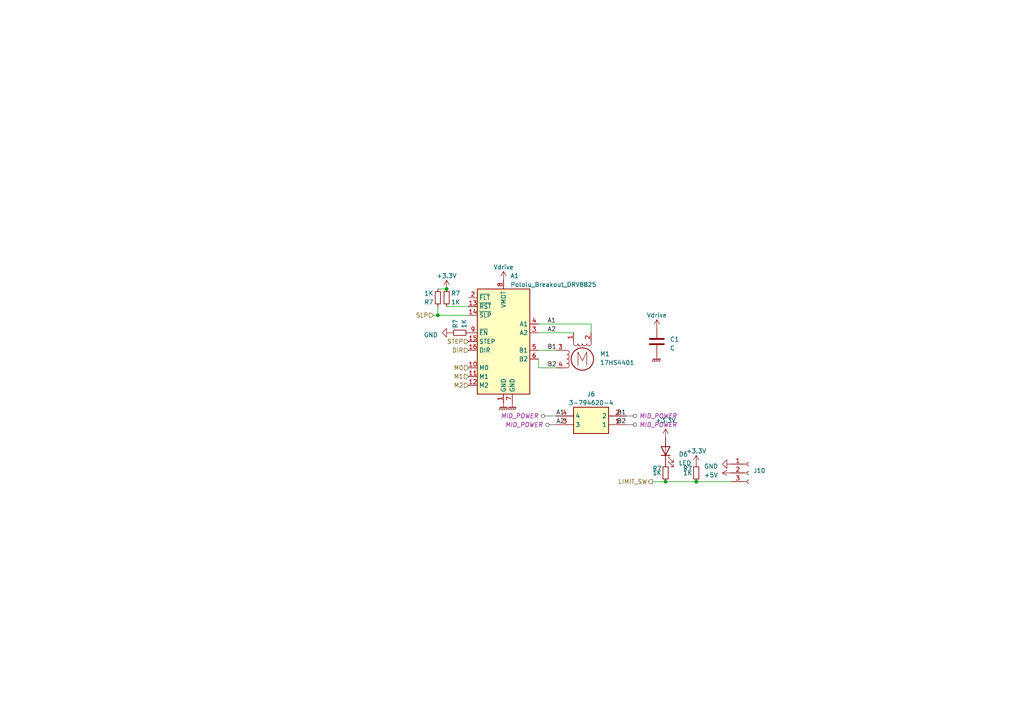
<source format=kicad_sch>
(kicad_sch (version 20230121) (generator eeschema)
  (paper "A4")
  (lib_symbols
    (symbol "Connector:Conn_01x03_Socket" (pin_names (offset 1.016) hide)
      (property "Reference" "J" (at 0 5.08 0))
      (property "Value" "Conn_01x03_Socket" (at 0 -5.08 0))
      (symbol "Conn_01x03_Socket_1_1"
        (arc (start 0 -2.032) (mid -0.5058 -2.54) (end 0 -3.048) (stroke (width 0.1524)))
        (polyline (pts (xy -1.27 -2.54) (xy -0.508 -2.54)) (stroke (width 0.1524)))
        (polyline (pts (xy -1.27 0) (xy -0.508 0)) (stroke (width 0.1524)))
        (polyline (pts (xy -1.27 2.54) (xy -0.508 2.54)) (stroke (width 0.1524)))
        (arc (start 0 0.508) (mid -0.5058 0) (end 0 -0.508) (stroke (width 0.1524)))
        (arc (start 0 3.048) (mid -0.5058 2.54) (end 0 2.032) (stroke (width 0.1524)))
        (pin passive line (at -5.08 2.54 0) (length 3.81) (name "Pin_1") (number "1"))
        (pin passive line (at -5.08 0 0) (length 3.81) (name "Pin_2") (number "2"))
        (pin passive line (at -5.08 -2.54 0) (length 3.81) (name "Pin_3") (number "3"))
      )
    )
    (symbol "Device:C" (pin_numbers hide) (pin_names (offset 0.254))
      (property "Reference" "C" (at 0.635 2.54 0))
      (property "Value" "C" (at 0.635 -2.54 0))
      (symbol "C_0_1"
        (polyline (pts (xy -2.032 -0.762) (xy 2.032 -0.762)) (stroke (width 0.508)))
        (polyline (pts (xy -2.032 0.762) (xy 2.032 0.762)) (stroke (width 0.508)))
      )
      (symbol "C_1_1"
        (pin passive line (at 0 3.81 270) (length 2.794) (name "~") (number "1"))
        (pin passive line (at 0 -3.81 90) (length 2.794) (name "~") (number "2"))
      )
    )
    (symbol "Device:LED" (pin_numbers hide) (pin_names (offset 1.016) hide)
      (property "Reference" "D" (at 0 2.54 0))
      (property "Value" "LED" (at 0 -2.54 0))
      (symbol "LED_0_1"
        (polyline (pts (xy -1.27 -1.27) (xy -1.27 1.27)) (stroke (width 0.254)))
        (polyline (pts (xy -1.27 0) (xy 1.27 0)))
        (polyline (pts (xy 1.27 -1.27) (xy 1.27 1.27) (xy -1.27 0) (xy 1.27 -1.27)) (stroke (width 0.254)))
        (polyline (pts (xy -3.048 -0.762) (xy -4.572 -2.286) (xy -3.81 -2.286) (xy -4.572 -2.286) (xy -4.572 -1.524)))
        (polyline (pts (xy -1.778 -0.762) (xy -3.302 -2.286) (xy -2.54 -2.286) (xy -3.302 -2.286) (xy -3.302 -1.524)))
      )
      (symbol "LED_1_1"
        (pin passive line (at -3.81 0 0) (length 2.54) (name "K") (number "1"))
        (pin passive line (at 3.81 0 180) (length 2.54) (name "A") (number "2"))
      )
    )
    (symbol "Device:R_Small" (pin_numbers hide) (pin_names (offset 0.254) hide)
      (property "Reference" "R" (at 0.762 0.508 0))
      (property "Value" "R_Small" (at 0.762 -1.016 0))
      (symbol "R_Small_0_1"
        (rectangle (start -0.762 1.778) (end 0.762 -1.778) (stroke (width 0.2032)))
      )
      (symbol "R_Small_1_1"
        (pin passive line (at 0 2.54 270) (length 0.762) (name "~") (number "1"))
        (pin passive line (at 0 -2.54 90) (length 0.762) (name "~") (number "2"))
      )
    )
    (symbol "Driver_Motor:Pololu_Breakout_DRV8825"
      (property "Reference" "A" (at -2.54 16.51 0))
      (property "Value" "Pololu_Breakout_DRV8825" (at -2.54 13.97 0))
      (symbol "Pololu_Breakout_DRV8825_0_1"
        (rectangle (start 7.62 -17.78) (end -7.62 12.7) (stroke (width 0.254)) (fill (type background)))
      )
      (symbol "Pololu_Breakout_DRV8825_1_1"
        (pin power_in line (at 0 -20.32 90) (length 2.54) (name "GND") (number "1"))
        (pin input line (at -10.16 -10.16 0) (length 2.54) (name "M0") (number "10"))
        (pin input line (at -10.16 -12.7 0) (length 2.54) (name "M1") (number "11"))
        (pin input line (at -10.16 -15.24 0) (length 2.54) (name "M2") (number "12"))
        (pin input line (at -10.16 7.62 0) (length 2.54) (name "~{RST}") (number "13"))
        (pin input line (at -10.16 5.08 0) (length 2.54) (name "~{SLP}") (number "14"))
        (pin input line (at -10.16 -2.54 0) (length 2.54) (name "STEP") (number "15"))
        (pin input line (at -10.16 -5.08 0) (length 2.54) (name "DIR") (number "16"))
        (pin output line (at -10.16 10.16 0) (length 2.54) (name "~{FLT}") (number "2"))
        (pin output line (at 10.16 0 180) (length 2.54) (name "A2") (number "3"))
        (pin output line (at 10.16 2.54 180) (length 2.54) (name "A1") (number "4"))
        (pin output line (at 10.16 -5.08 180) (length 2.54) (name "B1") (number "5"))
        (pin output line (at 10.16 -7.62 180) (length 2.54) (name "B2") (number "6"))
        (pin power_in line (at 2.54 -20.32 90) (length 2.54) (name "GND") (number "7"))
        (pin power_in line (at 0 15.24 270) (length 2.54) (name "VMOT") (number "8"))
        (pin input line (at -10.16 0 0) (length 2.54) (name "~{EN}") (number "9"))
      )
    )
    (symbol "Motor:Stepper_Motor_bipolar" (pin_names (offset 0) hide)
      (property "Reference" "M" (at 3.81 2.54 0))
      (property "Value" "Stepper_Motor_bipolar" (at 3.81 1.27 0))
      (symbol "Stepper_Motor_bipolar_0_0"
        (polyline (pts (xy -1.27 -1.778) (xy -1.27 2.032) (xy 0 -0.508) (xy 1.27 2.032) (xy 1.27 -1.778)))
      )
      (symbol "Stepper_Motor_bipolar_0_1"
        (arc (start -4.445 -2.54) (mid -3.8127 -1.905) (end -4.445 -1.27))
        (arc (start -4.445 -1.27) (mid -3.8127 -0.635) (end -4.445 0))
        (arc (start -4.445 0) (mid -3.8127 0.635) (end -4.445 1.27))
        (arc (start -4.445 1.27) (mid -3.8127 1.905) (end -4.445 2.54))
        (arc (start -2.54 4.445) (mid -1.905 3.8127) (end -1.27 4.445))
        (arc (start -1.27 4.445) (mid -0.635 3.8127) (end 0 4.445))
        (polyline (pts (xy -5.08 -2.54) (xy -4.445 -2.54)))
        (polyline (pts (xy -5.08 2.54) (xy -4.445 2.54)))
        (polyline (pts (xy -2.54 5.08) (xy -2.54 4.445)))
        (polyline (pts (xy 2.54 5.08) (xy 2.54 4.445)))
        (circle (center 0 0) (radius 3.2512) (stroke (width 0.254)))
        (arc (start 0 4.445) (mid 0.635 3.8127) (end 1.27 4.445))
        (arc (start 1.27 4.445) (mid 1.905 3.8127) (end 2.54 4.445))
      )
      (symbol "Stepper_Motor_bipolar_1_1"
        (pin passive line (at -2.54 7.62 270) (length 2.54) (name "~") (number "1"))
        (pin passive line (at 2.54 7.62 270) (length 2.54) (name "-") (number "2"))
        (pin passive line (at -7.62 2.54 0) (length 2.54) (name "~") (number "3"))
        (pin passive line (at -7.62 -2.54 0) (length 2.54) (name "~") (number "4"))
      )
    )
    (symbol "SamacSys_Parts:3-794620-4"
      (property "Reference" "J" (at 16.51 7.62 0))
      (property "Value" "3-794620-4" (at 16.51 5.08 0))
      (symbol "3-794620-4_1_1"
        (rectangle (start 5.08 2.54) (end 15.24 -5.08) (stroke (width 0.254)) (fill (type background)))
        (pin passive line (at 20.32 -2.54 180) (length 5.08) (name "1") (number "1"))
        (pin passive line (at 20.32 0 180) (length 5.08) (name "2") (number "2"))
        (pin passive line (at 0 -2.54 0) (length 5.08) (name "3") (number "3"))
        (pin passive line (at 0 0 0) (length 5.08) (name "4") (number "4"))
      )
    )
    (symbol "power:+3.3V" (power) (pin_names (offset 0))
      (property "Value" "+3.3V" (at 0 3.556 0))
      (symbol "+3.3V_0_1"
        (polyline (pts (xy -0.762 1.27) (xy 0 2.54)))
        (polyline (pts (xy 0 0) (xy 0 2.54)))
        (polyline (pts (xy 0 2.54) (xy 0.762 1.27)))
      )
      (symbol "+3.3V_1_1"
        (pin power_in line (at 0 0 90) (length 0) hide (name "+3.3V") (number "1"))
      )
    )
    (symbol "power:+5V" (power) (pin_names (offset 0))
      (property "Value" "+5V" (at 0 3.556 0))
      (symbol "+5V_0_1"
        (polyline (pts (xy -0.762 1.27) (xy 0 2.54)))
        (polyline (pts (xy 0 0) (xy 0 2.54)))
        (polyline (pts (xy 0 2.54) (xy 0.762 1.27)))
      )
      (symbol "+5V_1_1"
        (pin power_in line (at 0 0 90) (length 0) hide (name "+5V") (number "1"))
      )
    )
    (symbol "power:GND" (power) (pin_names (offset 0))
      (property "Value" "GND" (at 0 -3.81 0))
      (symbol "GND_0_1"
        (polyline (pts (xy 0 0) (xy 0 -1.27) (xy 1.27 -1.27) (xy 0 -2.54) (xy -1.27 -1.27) (xy 0 -1.27)))
      )
      (symbol "GND_1_1"
        (pin power_in line (at 0 0 270) (length 0) hide (name "GND") (number "1"))
      )
    )
    (symbol "power:GNDPWR" (power) (pin_names (offset 0))
      (property "Value" "GNDPWR" (at 0 -3.302 0))
      (symbol "GNDPWR_0_1"
        (polyline (pts (xy 0 -1.27) (xy 0 0)))
        (polyline (pts (xy -1.016 -1.27) (xy -1.27 -2.032) (xy -1.27 -2.032)) (stroke (width 0.2032)))
        (polyline (pts (xy -0.508 -1.27) (xy -0.762 -2.032) (xy -0.762 -2.032)) (stroke (width 0.2032)))
        (polyline (pts (xy 0 -1.27) (xy -0.254 -2.032) (xy -0.254 -2.032)) (stroke (width 0.2032)))
        (polyline (pts (xy 0.508 -1.27) (xy 0.254 -2.032) (xy 0.254 -2.032)) (stroke (width 0.2032)))
        (polyline (pts (xy 1.016 -1.27) (xy -1.016 -1.27) (xy -1.016 -1.27)) (stroke (width 0.2032)))
        (polyline (pts (xy 1.016 -1.27) (xy 0.762 -2.032) (xy 0.762 -2.032) (xy 0.762 -2.032)) (stroke (width 0.2032)))
      )
      (symbol "GNDPWR_1_1"
        (pin power_in line (at 0 0 270) (length 0) hide (name "GNDPWR") (number "1"))
      )
    )
    (symbol "power:Vdrive" (power) (pin_names (offset 0))
      (property "Value" "Vdrive" (at 0 3.81 0))
      (symbol "Vdrive_0_1"
        (polyline (pts (xy -0.762 1.27) (xy 0 2.54)))
        (polyline (pts (xy 0 0) (xy 0 2.54)))
        (polyline (pts (xy 0 2.54) (xy 0.762 1.27)))
      )
      (symbol "Vdrive_1_1"
        (pin power_in line (at 0 0 90) (length 0) hide (name "Vdrive") (number "1"))
      )
    )
  )
  (junction (at 201.93 139.7))
  (junction (at 129.54 83.82))
  (junction (at 193.04 139.7))
  (junction (at 127 91.44))
  (wire (pts (xy 156.21 96.52) (xy 166.37 96.52)))
  (wire (pts (xy 156.21 93.98) (xy 171.45 93.98)))
  (wire (pts (xy 156.21 106.68) (xy 156.21 104.14)))
  (wire (pts (xy 156.21 106.68) (xy 161.29 106.68)))
  (wire (pts (xy 189.23 139.7) (xy 193.04 139.7)))
  (wire (pts (xy 125.73 91.44) (xy 127 91.44)))
  (wire (pts (xy 127 91.44) (xy 135.89 91.44)))
  (wire (pts (xy 160.02 120.65) (xy 161.29 120.65)))
  (wire (pts (xy 129.54 88.9) (xy 135.89 88.9)))
  (wire (pts (xy 171.45 93.98) (xy 171.45 96.52)))
  (wire (pts (xy 201.93 139.7) (xy 212.09 139.7)))
  (wire (pts (xy 193.04 139.7) (xy 201.93 139.7)))
  (wire (pts (xy 127 88.9) (xy 127 91.44)))
  (wire (pts (xy 127 83.82) (xy 129.54 83.82)))
  (wire (pts (xy 156.21 101.6) (xy 161.29 101.6)))
  (label "A1" (at 161.2576 120.65 0))
  (label "A2" (at 161.29 123.19 0))
  (label "B1" (at 181.61 120.65 180))
  (label "A2" (at 158.7824 96.52 0))
  (label "B1" (at 158.75 101.6 0))
  (label "B2" (at 181.61 123.19 180))
  (label "B2" (at 158.75 106.68 0))
  (label "A1" (at 158.75 93.98 0))
  (hierarchical_label "LIMIT_SW" (shape output) (at 189.23 139.7 180))
  (hierarchical_label "DIR" (shape input) (at 135.89 101.6 180))
  (hierarchical_label "M1" (shape input) (at 135.89 109.22 180))
  (hierarchical_label "STEP" (shape input) (at 135.89 99.06 180))
  (hierarchical_label "M0" (shape input) (at 135.89 106.68 180))
  (hierarchical_label "SLP" (shape input) (at 125.73 91.44 180))
  (hierarchical_label "M2" (shape input) (at 135.89 111.76 180))
  (netclass_flag "" (length 2.54) (shape round) (at 160.02 120.65 90) (property "Netclass" "MID_POWER" (at 156.21 120.65 0) (effects (font italic) (justify right))))
  (netclass_flag "" (length 2.54) (shape round) (at 181.61 123.19 270) (property "Netclass" "MID_POWER" (at 185.42 123.19 0) (effects (font italic) (justify left))))
  (netclass_flag "" (length 2.54) (shape round) (at 161.29 123.19 90) (property "Netclass" "MID_POWER" (at 157.48 123.19 0) (effects (font italic) (justify right))))
  (netclass_flag "" (length 2.54) (shape round) (at 181.61 120.65 270) (property "Netclass" "MID_POWER" (at 185.42 120.65 0) (effects (font italic) (justify left))))
  (symbol (lib_id "Motor:Stepper_Motor_bipolar") (at 168.91 104.14 0) (unit 1)
    (property "Reference" "M1" (at 173.99 102.6541 0) (effects (justify left)))
    (property "Value" "17HS4401" (at 173.99 105.1941 0) (effects (justify left)))
    (property "Footprint" "Connector_PinHeader_2.54mm:PinHeader_1x04_P2.54mm_Vertical" (effects hide))
    (property "Datasheet" "http://www.infineon.com/dgdl/Application-Note-TLE8110EE_driving_UniPolarStepperMotor_V1.1.pdf?fileId=db3a30431be39b97011be5d0aa0a00b0" (effects hide))
    (instances (project "armatron_wheel_driver" (path "" (reference "M1") (unit 1)) (path "" (reference "M2") (unit 1)) (path "" (reference "M3") (unit 1)) (path "" (reference "M4") (unit 1))))
  )
  (symbol (lib_id "Device:C") (at 190.5 99.06 0) (unit 1)
    (property "Reference" "C1" (at 194.31 98.425 0) (effects (justify left)))
    (property "Value" "C" (at 194.31 100.965 0) (effects (justify left)))
    (property "Footprint" "SamacSys_Parts:CAPAE850X1050N" (effects hide))
    (instances (project "armatron_wheel_driver" (path "" (reference "C1") (unit 1)) (path "" (reference "C2") (unit 1)) (path "" (reference "C3") (unit 1)) (path "" (reference "C4") (unit 1))))
  )
  (symbol (lib_id "power:+3.3V") (at 129.54 83.82 0) (unit 1)
    (property "Reference" "#PWR098" (effects hide))
    (property "Value" "+3.3V" (at 129.54 80.01 0))
    (instances (project "armatron_wheel_driver" (path "" (reference "#PWR098") (unit 1)) (path "" (reference "#PWR0101") (unit 1)) (path "" (reference "#PWR0102") (unit 1)) (path "" (reference "#PWR0103") (unit 1)) (path "" (reference "#PWR0104") (unit 1))) (project "armatron_power_board" (path "" (reference "#PWR05") (unit 1))))
  )
  (symbol (lib_id "Device:R_Small") (at 201.93 137.16 0) (unit 1)
    (property "Reference" "R7" (at 198.12 135.89 0) (effects (justify left)))
    (property "Value" "1K" (at 198.12 137.16 0) (effects (justify left)))
    (property "Footprint" "Resistor_SMD:R_0805_2012Metric_Pad1.20x1.40mm_HandSolder" (effects hide))
    (instances (project "armatron_wheel_driver" (path "" (reference "R7") (unit 1)) (path "" (reference "R23") (unit 1)) (path "" (reference "R24") (unit 1)) (path "" (reference "R25") (unit 1)) (path "" (reference "R26") (unit 1))))
  )
  (symbol (lib_id "SamacSys_Parts:3-794620-4") (at 161.29 120.65 0) (unit 1)
    (property "Reference" "J6" (at 171.45 114.3 0))
    (property "Value" "3-794620-4" (at 171.45 116.84 0))
    (property "Footprint" "SamacSys_Parts:37946204" (effects hide))
    (property "Datasheet" "https://www.te.com/commerce/DocumentDelivery/DDEController?Action=showdoc&DocId=Customer+Drawing%7F794620%7FG2%7Fpdf%7FEnglish%7FENG_CD_794620_G2.pdf%7F3-794620-4" (effects hide))
    (property "Height" "8.67" (effects hide))
    (property "Mouser Part Number" "571-3-794620-4" (effects hide))
    (property "Mouser Price/Stock" "https://www.mouser.co.uk/ProductDetail/TE-Connectivity/3-794620-4?qs=Rd%252BN518myCxql8zpqmt%252B6Q%3D%3D" (effects hide))
    (property "Manufacturer_Name" "TE Connectivity" (effects hide))
    (property "Manufacturer_Part_Number" "3-794620-4" (effects hide))
    (instances (project "armatron_wheel_driver" (path "" (reference "J6") (unit 1)) (path "" (reference "J7") (unit 1)) (path "" (reference "J8") (unit 1)) (path "" (reference "J9") (unit 1))))
  )
  (symbol (lib_id "power:GNDPWR") (at 146.05 116.84 0) (unit 1)
    (property "Reference" "#PWR05" (effects hide))
    (property "Value" "GNDPWR" (effects hide))
    (instances (project "armatron_wheel_driver" (path "" (reference "#PWR05") (unit 1)) (path "" (reference "#PWR03") (unit 1)) (path "" (reference "#PWR05") (unit 1)) (path "" (reference "#PWR08") (unit 1)) (path "" (reference "#PWR011") (unit 1))))
  )
  (symbol (lib_id "power:+3.3V") (at 201.93 134.62 0) (unit 1)
    (property "Reference" "#PWR096" (effects hide))
    (property "Value" "+3.3V" (at 201.93 130.81 0))
    (instances (project "armatron_wheel_driver" (path "" (reference "#PWR096") (unit 1)) (path "" (reference "#PWR0106") (unit 1)) (path "" (reference "#PWR0109") (unit 1)) (path "" (reference "#PWR0112") (unit 1)) (path "" (reference "#PWR0115") (unit 1))))
  )
  (symbol (lib_id "power:Vdrive") (at 146.05 81.28 0) (unit 1)
    (property "Reference" "#PWR026" (effects hide))
    (property "Value" "Vdrive" (at 146.05 77.47 0))
    (instances (project "armatron_wheel_driver" (path "" (reference "#PWR026") (unit 1)) (path "" (reference "#PWR01") (unit 1)) (path "" (reference "#PWR02") (unit 1)) (path "" (reference "#PWR07") (unit 1)) (path "" (reference "#PWR010") (unit 1))))
  )
  (symbol (lib_id "Driver_Motor:Pololu_Breakout_DRV8825") (at 146.05 96.52 0) (unit 1)
    (property "Reference" "A1" (at 148.0059 80.01 0) (effects (justify left)))
    (property "Value" "Pololu_Breakout_DRV8825" (at 148.0059 82.55 0) (effects (justify left)))
    (property "Footprint" "Module:Pololu_Breakout-16_15.2x20.3mm" (effects hide))
    (property "Datasheet" "https://www.pololu.com/product/2982" (effects hide))
    (instances (project "armatron_wheel_driver" (path "" (reference "A1") (unit 1)) (path "" (reference "A2") (unit 1)) (path "" (reference "A1") (unit 1)) (path "" (reference "A3") (unit 1)) (path "" (reference "A4") (unit 1))))
  )
  (symbol (lib_id "power:GND") (at 130.81 96.52 270) (unit 1)
    (property "Reference" "#PWR0105" (effects hide))
    (property "Value" "GND" (at 127 97.155 90) (effects (justify right)))
    (instances (project "armatron_wheel_driver" (path "" (reference "#PWR0105") (unit 1)) (path "" (reference "#PWR0118") (unit 1)) (path "" (reference "#PWR0119") (unit 1)) (path "" (reference "#PWR0120") (unit 1))))
  )
  (symbol (lib_id "Device:R_Small") (at 133.35 96.52 90) (unit 1)
    (property "Reference" "R7" (at 132.08 95.25 0) (effects (justify left)))
    (property "Value" "1K" (at 134.62 95.25 0) (effects (justify left)))
    (property "Footprint" "Resistor_SMD:R_0805_2012Metric_Pad1.20x1.40mm_HandSolder" (effects hide))
    (instances (project "armatron_wheel_driver" (path "" (reference "R7") (unit 1)) (path "" (reference "R33") (unit 1)) (path "" (reference "R34") (unit 1)) (path "" (reference "R35") (unit 1)) (path "" (reference "R36") (unit 1))))
  )
  (symbol (lib_id "power:+3.3V") (at 193.04 127 0) (unit 1)
    (property "Reference" "#PWR096" (effects hide))
    (property "Value" "+3.3V" (at 193.04 121.92 0))
    (instances (project "armatron_wheel_driver" (path "" (reference "#PWR096") (unit 1)) (path "" (reference "#PWR094") (unit 1)) (path "" (reference "#PWR095") (unit 1)) (path "" (reference "#PWR096") (unit 1)) (path "" (reference "#PWR097") (unit 1))))
  )
  (symbol (lib_id "power:Vdrive") (at 190.5 95.25 0) (unit 1)
    (property "Reference" "#PWR026" (effects hide))
    (property "Value" "Vdrive" (at 190.5 91.44 0))
    (instances (project "armatron_wheel_driver" (path "" (reference "#PWR026") (unit 1)) (path "" (reference "#PWR017") (unit 1)) (path "" (reference "#PWR018") (unit 1)) (path "" (reference "#PWR019") (unit 1)) (path "" (reference "#PWR020") (unit 1))))
  )
  (symbol (lib_id "Device:R_Small") (at 193.04 137.16 0) (unit 1)
    (property "Reference" "R7" (at 189.23 135.89 0) (effects (justify left)))
    (property "Value" "1K" (at 189.23 137.16 0) (effects (justify left)))
    (property "Footprint" "Resistor_SMD:R_0805_2012Metric_Pad1.20x1.40mm_HandSolder" (effects hide))
    (instances (project "armatron_wheel_driver" (path "" (reference "R7") (unit 1)) (path "" (reference "R7") (unit 1)) (path "" (reference "R20") (unit 1)) (path "" (reference "R21") (unit 1)) (path "" (reference "R22") (unit 1))))
  )
  (symbol (lib_id "Device:R_Small") (at 127 86.36 180) (unit 1)
    (property "Reference" "R7" (at 125.73 87.63 0) (effects (justify left)))
    (property "Value" "1K" (at 125.73 85.09 0) (effects (justify left)))
    (property "Footprint" "Resistor_SMD:R_0805_2012Metric_Pad1.20x1.40mm_HandSolder" (effects hide))
    (instances (project "armatron_wheel_driver" (path "" (reference "R7") (unit 1)) (path "" (reference "R39") (unit 1)) (path "" (reference "R40") (unit 1)) (path "" (reference "R41") (unit 1)) (path "" (reference "R42") (unit 1))))
  )
  (symbol (lib_id "power:GNDPWR") (at 190.5 102.87 0) (unit 1)
    (property "Reference" "#PWR05" (effects hide))
    (property "Value" "GNDPWR" (effects hide))
    (instances (project "armatron_wheel_driver" (path "" (reference "#PWR05") (unit 1)) (path "" (reference "#PWR013") (unit 1)) (path "" (reference "#PWR014") (unit 1)) (path "" (reference "#PWR015") (unit 1)) (path "" (reference "#PWR016") (unit 1))))
  )
  (symbol (lib_id "Device:LED") (at 193.04 130.81 90) (unit 1)
    (property "Reference" "D6" (at 196.85 131.7625 90) (effects (justify right)))
    (property "Value" "LED" (at 196.85 134.3025 90) (effects (justify right)))
    (property "Footprint" "LED_SMD:LED_0603_1608Metric_Pad1.05x0.95mm_HandSolder" (effects hide))
    (instances (project "armatron_wheel_driver" (path "" (reference "D6") (unit 1)) (path "" (reference "D7") (unit 1)) (path "" (reference "D8") (unit 1)) (path "" (reference "D9") (unit 1))))
  )
  (symbol (lib_id "power:+5V") (at 212.09 137.16 90) (unit 1)
    (property "Reference" "#PWR095" (effects hide))
    (property "Value" "+5V" (at 208.28 137.795 90) (effects (justify left)))
    (instances (project "armatron_wheel_driver" (path "" (reference "#PWR095") (unit 1)) (path "" (reference "#PWR0108") (unit 1)) (path "" (reference "#PWR0111") (unit 1)) (path "" (reference "#PWR0114") (unit 1)) (path "" (reference "#PWR0117") (unit 1))))
  )
  (symbol (lib_id "Device:R_Small") (at 129.54 86.36 0) (unit 1)
    (property "Reference" "R7" (at 130.81 85.09 0) (effects (justify left)))
    (property "Value" "1K" (at 130.81 87.63 0) (effects (justify left)))
    (property "Footprint" "Resistor_SMD:R_0805_2012Metric_Pad1.20x1.40mm_HandSolder" (effects hide))
    (instances (project "armatron_wheel_driver" (path "" (reference "R7") (unit 1)) (path "" (reference "R27") (unit 1)) (path "" (reference "R28") (unit 1)) (path "" (reference "R29") (unit 1)) (path "" (reference "R30") (unit 1))))
  )
  (symbol (lib_id "power:GND") (at 212.09 134.62 270) (unit 1)
    (property "Reference" "#PWR094" (effects hide))
    (property "Value" "GND" (at 208.28 135.255 90) (effects (justify right)))
    (instances (project "armatron_wheel_driver" (path "" (reference "#PWR094") (unit 1)) (path "" (reference "#PWR0107") (unit 1)) (path "" (reference "#PWR0110") (unit 1)) (path "" (reference "#PWR0113") (unit 1)) (path "" (reference "#PWR0116") (unit 1))))
  )
  (symbol (lib_id "power:GNDPWR") (at 148.59 116.84 0) (unit 1)
    (property "Reference" "#PWR06" (effects hide))
    (property "Value" "GNDPWR" (effects hide))
    (instances (project "armatron_wheel_driver" (path "" (reference "#PWR06") (unit 1)) (path "" (reference "#PWR04") (unit 1)) (path "" (reference "#PWR06") (unit 1)) (path "" (reference "#PWR09") (unit 1)) (path "" (reference "#PWR012") (unit 1))))
  )
  (symbol (lib_id "Connector:Conn_01x03_Socket") (at 217.17 137.16 0) (unit 1)
    (property "Reference" "J10" (at 218.44 136.525 0) (effects (justify left)))
    (property "Value" "Conn_01x03_Socket" (effects hide))
    (property "Footprint" "Connector_PinHeader_2.54mm:PinHeader_1x03_P2.54mm_Vertical" (effects hide))
    (instances (project "armatron_wheel_driver" (path "" (reference "J10") (unit 1)) (path "" (reference "J14") (unit 1)) (path "" (reference "J15") (unit 1)) (path "" (reference "J16") (unit 1)) (path "" (reference "J17") (unit 1))))
  )
)
</source>
